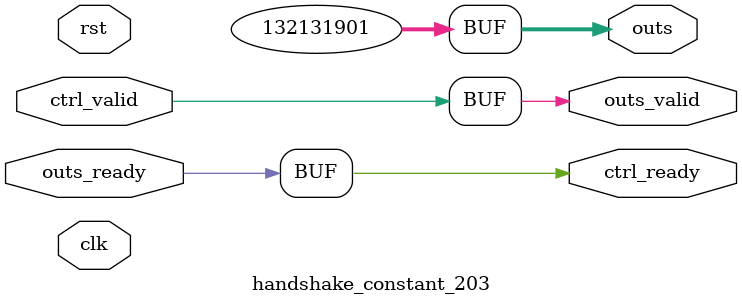
<source format=v>
`timescale 1ns / 1ps
module handshake_constant_203 #(
  parameter DATA_WIDTH = 32  // Default set to 32 bits
) (
  input                       clk,
  input                       rst,
  // Input Channel
  input                       ctrl_valid,
  output                      ctrl_ready,
  // Output Channel
  output [DATA_WIDTH - 1 : 0] outs,
  output                      outs_valid,
  input                       outs_ready
);
  assign outs       = 27'b111111000000010110000111101;
  assign outs_valid = ctrl_valid;
  assign ctrl_ready = outs_ready;

endmodule

</source>
